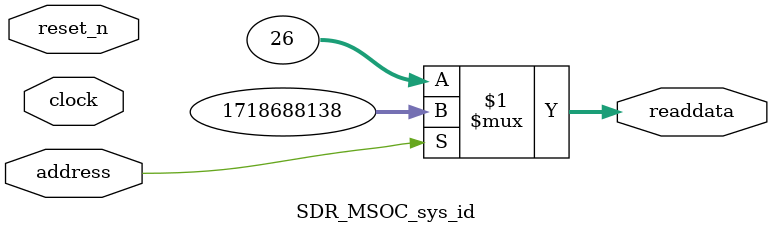
<source format=v>



// synthesis translate_off
`timescale 1ns / 1ps
// synthesis translate_on

// turn off superfluous verilog processor warnings 
// altera message_level Level1 
// altera message_off 10034 10035 10036 10037 10230 10240 10030 

module SDR_MSOC_sys_id (
               // inputs:
                address,
                clock,
                reset_n,

               // outputs:
                readdata
             )
;

  output  [ 31: 0] readdata;
  input            address;
  input            clock;
  input            reset_n;

  wire    [ 31: 0] readdata;
  //control_slave, which is an e_avalon_slave
  assign readdata = address ? 1718688138 : 26;

endmodule



</source>
